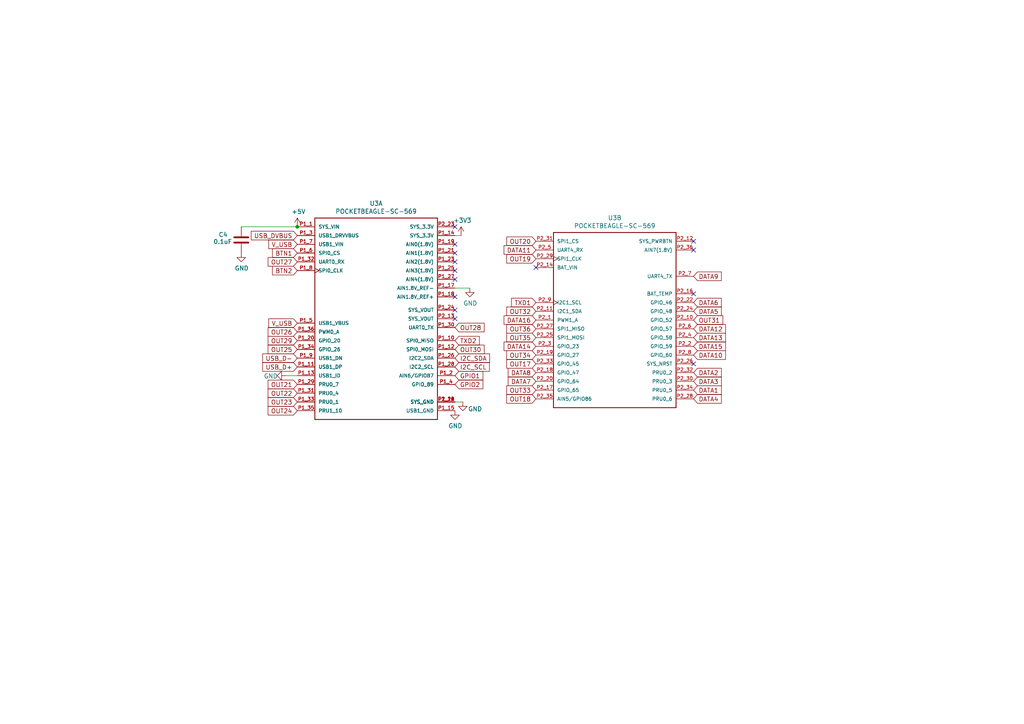
<source format=kicad_sch>
(kicad_sch (version 20211123) (generator eeschema)
  (paper "A4")
  (title_block (title "PB 16") (date "2022-05-26") (rev "v2.1") (company "Scott Hanson"))
  (lib_symbols
    (symbol "Device:C" (pin_numbers hide) (pin_names (offset 0.254))
      (property "Reference" "C" (at 0.635 2.54 0))
      (property "Value" "C" (at 0.635 -2.54 0))
      (symbol "C_0_1"
        (polyline (pts (xy -2.032 -0.762) (xy 2.032 -0.762)) (stroke (width 0.508)))
        (polyline (pts (xy -2.032 0.762) (xy 2.032 0.762)) (stroke (width 0.508)))
      )
      (symbol "C_1_1"
        (pin passive line (at 0 3.81 270) (length 2.794) (name "~") (number "1"))
        (pin passive line (at 0 -3.81 90) (length 2.794) (name "~") (number "2"))
      )
    )
    (symbol "POCKETBEAGLE:POCKETBEAGLE-SC-569" (pin_names (offset 1.016))
      (property "Reference" "U" (at -17.78 28.4734 0))
      (property "Value" "POCKETBEAGLE_POCKETBEAGLE-SC-569" (at -17.8054 -33.0454 0))
      (symbol "POCKETBEAGLE-SC-569_1_0"
        (polyline (pts (xy -17.78 -30.48) (xy 17.78 -30.48)) (stroke (width 0.254)))
        (polyline (pts (xy -17.78 27.94) (xy -17.78 -30.48)) (stroke (width 0.254)))
        (polyline (pts (xy 17.78 -30.48) (xy 17.78 27.94)) (stroke (width 0.254)))
        (polyline (pts (xy 17.78 27.94) (xy -17.78 27.94)) (stroke (width 0.254)))
        (pin input line (at -22.86 25.4 0) (length 5.08) (name "SYS_VIN") (number "P1_1"))
        (pin bidirectional line (at 22.86 -7.62 180) (length 5.08) (name "SPI0_MISO") (number "P1_10"))
        (pin bidirectional line (at -22.86 -15.24 0) (length 5.08) (name "USB1_DP") (number "P1_11"))
        (pin bidirectional line (at 22.86 -10.16 180) (length 5.08) (name "SPI0_MOSI") (number "P1_12"))
        (pin bidirectional line (at -22.86 -17.78 0) (length 5.08) (name "USB1_ID") (number "P1_13"))
        (pin power_in line (at 22.86 22.86 180) (length 5.08) (name "SYS_3.3V") (number "P1_14"))
        (pin power_in line (at 22.86 -27.94 180) (length 5.08) (name "USB1_GND") (number "P1_15"))
        (pin power_in line (at 22.86 -25.4 180) (length 5.08) (name "SYS_GND") (number "P1_16"))
        (pin power_in line (at 22.86 7.62 180) (length 5.08) (name "AIN1.8V_REF-") (number "P1_17"))
        (pin power_in line (at 22.86 5.08 180) (length 5.08) (name "AIN1.8V_REF+") (number "P1_18"))
        (pin power_in line (at 22.86 20.32 180) (length 5.08) (name "AIN0(1.8V)") (number "P1_19"))
        (pin bidirectional line (at 22.86 -17.78 180) (length 5.08) (name "AIN6/GPIO87") (number "P1_2"))
        (pin bidirectional line (at -22.86 -7.62 0) (length 5.08) (name "GPIO_20") (number "P1_20"))
        (pin power_in line (at 22.86 17.78 180) (length 5.08) (name "AIN1(1.8V)") (number "P1_21"))
        (pin power_in line (at 22.86 -25.4 180) (length 5.08) (name "SYS_GND") (number "P1_22"))
        (pin power_in line (at 22.86 15.24 180) (length 5.08) (name "AIN2(1.8V)") (number "P1_23"))
        (pin output line (at 22.86 1.27 180) (length 5.08) (name "SYS_VOUT") (number "P1_24"))
        (pin power_in line (at 22.86 12.7 180) (length 5.08) (name "AIN3(1.8V)") (number "P1_25"))
        (pin bidirectional line (at 22.86 -12.7 180) (length 5.08) (name "I2C2_SDA") (number "P1_26"))
        (pin power_in line (at 22.86 10.16 180) (length 5.08) (name "AIN4(1.8V)") (number "P1_27"))
        (pin bidirectional line (at 22.86 -15.24 180) (length 5.08) (name "I2C2_SCL") (number "P1_28"))
        (pin bidirectional line (at -22.86 -20.32 0) (length 5.08) (name "PRU0_7") (number "P1_29"))
        (pin input line (at -22.86 22.86 0) (length 5.08) (name "USB1_DRVVBUS") (number "P1_3"))
        (pin output line (at 22.86 -3.81 180) (length 5.08) (name "UART0_TX") (number "P1_30"))
        (pin bidirectional line (at -22.86 -22.86 0) (length 5.08) (name "PRU0_4") (number "P1_31"))
        (pin input line (at -22.86 15.24 0) (length 5.08) (name "UART0_RX") (number "P1_32"))
        (pin bidirectional line (at -22.86 -25.4 0) (length 5.08) (name "PRU0_1") (number "P1_33"))
        (pin bidirectional line (at -22.86 -10.16 0) (length 5.08) (name "GPIO_26") (number "P1_34"))
        (pin bidirectional line (at -22.86 -27.94 0) (length 5.08) (name "PRU1_10") (number "P1_35"))
        (pin bidirectional line (at -22.86 -5.08 0) (length 5.08) (name "PWM0_A") (number "P1_36"))
        (pin bidirectional line (at 22.86 -20.32 180) (length 5.08) (name "GPIO_89") (number "P1_4"))
        (pin bidirectional line (at -22.86 -2.54 0) (length 5.08) (name "USB1_VBUS") (number "P1_5"))
        (pin input line (at -22.86 17.78 0) (length 5.08) (name "SPI0_CS") (number "P1_6"))
        (pin input line (at -22.86 20.32 0) (length 5.08) (name "USB1_VIN") (number "P1_7"))
        (pin input clock (at -22.86 12.7 0) (length 5.08) (name "SPI0_CLK") (number "P1_8"))
        (pin bidirectional line (at -22.86 -12.7 0) (length 5.08) (name "USB1_DN") (number "P1_9"))
        (pin output line (at 22.86 -1.27 180) (length 5.08) (name "SYS_VOUT") (number "P2_13"))
        (pin power_in line (at 22.86 -25.4 180) (length 5.08) (name "SYS_GND") (number "P2_15"))
        (pin power_in line (at 22.86 -25.4 180) (length 5.08) (name "SYS_GND") (number "P2_21"))
        (pin power_in line (at 22.86 25.4 180) (length 5.08) (name "SYS_3.3V") (number "P2_23"))
      )
      (symbol "POCKETBEAGLE-SC-569_2_0"
        (polyline (pts (xy -17.78 -25.4) (xy 17.78 -25.4)) (stroke (width 0.254)))
        (polyline (pts (xy -17.78 25.4) (xy -17.78 -25.4)) (stroke (width 0.254)))
        (polyline (pts (xy 17.78 -25.4) (xy 17.78 25.4)) (stroke (width 0.254)))
        (polyline (pts (xy 17.78 25.4) (xy -17.78 25.4)) (stroke (width 0.254)))
        (pin bidirectional line (at -22.86 0 0) (length 5.08) (name "PWM1_A") (number "P2_1"))
        (pin bidirectional line (at 22.86 0 180) (length 5.08) (name "GPIO_52") (number "P2_10"))
        (pin bidirectional line (at -22.86 2.54 0) (length 5.08) (name "I2C1_SDA") (number "P2_11"))
        (pin power_in line (at 22.86 22.86 180) (length 5.08) (name "SYS_PWRBTN") (number "P2_12"))
        (pin input line (at -22.86 15.24 0) (length 5.08) (name "BAT_VIN") (number "P2_14"))
        (pin bidirectional line (at 22.86 7.62 180) (length 5.08) (name "BAT_TEMP") (number "P2_16"))
        (pin bidirectional line (at -22.86 -20.32 0) (length 5.08) (name "GPIO_65") (number "P2_17"))
        (pin bidirectional line (at -22.86 -15.24 0) (length 5.08) (name "GPIO_47") (number "P2_18"))
        (pin bidirectional line (at -22.86 -10.16 0) (length 5.08) (name "GPIO_27") (number "P2_19"))
        (pin bidirectional line (at 22.86 -7.62 180) (length 5.08) (name "GPIO_59") (number "P2_2"))
        (pin bidirectional line (at -22.86 -17.78 0) (length 5.08) (name "GPIO_64") (number "P2_20"))
        (pin bidirectional line (at 22.86 5.08 180) (length 5.08) (name "GPIO_46") (number "P2_22"))
        (pin bidirectional line (at 22.86 2.54 180) (length 5.08) (name "GPIO_48") (number "P2_24"))
        (pin bidirectional line (at -22.86 -5.08 0) (length 5.08) (name "SPI1_MOSI") (number "P2_25"))
        (pin bidirectional line (at 22.86 -12.7 180) (length 5.08) (name "SYS_NRST") (number "P2_26"))
        (pin bidirectional line (at -22.86 -2.54 0) (length 5.08) (name "SPI1_MISO") (number "P2_27"))
        (pin bidirectional line (at 22.86 -22.86 180) (length 5.08) (name "PRU0_6") (number "P2_28"))
        (pin input clock (at -22.86 17.78 0) (length 5.08) (name "SPI1_CLK") (number "P2_29"))
        (pin bidirectional line (at -22.86 -7.62 0) (length 5.08) (name "GPIO_23") (number "P2_3"))
        (pin bidirectional line (at 22.86 -17.78 180) (length 5.08) (name "PRU0_3") (number "P2_30"))
        (pin input line (at -22.86 22.86 0) (length 5.08) (name "SPI1_CS") (number "P2_31"))
        (pin bidirectional line (at 22.86 -15.24 180) (length 5.08) (name "PRU0_2") (number "P2_32"))
        (pin bidirectional line (at -22.86 -12.7 0) (length 5.08) (name "GPIO_45") (number "P2_33"))
        (pin bidirectional line (at 22.86 -20.32 180) (length 5.08) (name "PRU0_5") (number "P2_34"))
        (pin bidirectional line (at -22.86 -22.86 0) (length 5.08) (name "AIN5/GPIO86") (number "P2_35"))
        (pin power_in line (at 22.86 20.32 180) (length 5.08) (name "AIN7(1.8V)") (number "P2_36"))
        (pin bidirectional line (at 22.86 -5.08 180) (length 5.08) (name "GPIO_58") (number "P2_4"))
        (pin input line (at -22.86 20.32 0) (length 5.08) (name "UART4_RX") (number "P2_5"))
        (pin bidirectional line (at 22.86 -2.54 180) (length 5.08) (name "GPIO_57") (number "P2_6"))
        (pin output line (at 22.86 12.7 180) (length 5.08) (name "UART4_TX") (number "P2_7"))
        (pin bidirectional line (at 22.86 -10.16 180) (length 5.08) (name "GPIO_60") (number "P2_8"))
        (pin bidirectional clock (at -22.86 5.08 0) (length 5.08) (name "I2C1_SCL") (number "P2_9"))
      )
    )
    (symbol "power:+3.3V" (power) (pin_names (offset 0))
      (property "Value" "+3.3V" (at 0 3.556 0))
      (symbol "+3.3V_0_1"
        (polyline (pts (xy -0.762 1.27) (xy 0 2.54)))
        (polyline (pts (xy 0 0) (xy 0 2.54)))
        (polyline (pts (xy 0 2.54) (xy 0.762 1.27)))
      )
      (symbol "+3.3V_1_1"
        (pin power_in line (at 0 0 90) (length 0) hide (name "+3V3") (number "1"))
      )
    )
    (symbol "power:+5V" (power) (pin_names (offset 0))
      (property "Value" "+5V" (at 0 3.556 0))
      (symbol "+5V_0_1"
        (polyline (pts (xy -0.762 1.27) (xy 0 2.54)))
        (polyline (pts (xy 0 0) (xy 0 2.54)))
        (polyline (pts (xy 0 2.54) (xy 0.762 1.27)))
      )
      (symbol "+5V_1_1"
        (pin power_in line (at 0 0 90) (length 0) hide (name "+5V") (number "1"))
      )
    )
    (symbol "power:GND" (power) (pin_names (offset 0))
      (property "Value" "GND" (at 0 -3.81 0))
      (symbol "GND_0_1"
        (polyline (pts (xy 0 0) (xy 0 -1.27) (xy 1.27 -1.27) (xy 0 -2.54) (xy -1.27 -1.27) (xy 0 -1.27)))
      )
      (symbol "GND_1_1"
        (pin power_in line (at 0 0 270) (length 0) hide (name "GND") (number "1"))
      )
    )
  )
  (junction (at 86.233 65.786))
  (no_connect (at 131.953 65.786))
  (no_connect (at 131.953 75.946))
  (no_connect (at 131.953 70.866))
  (no_connect (at 131.953 86.106))
  (no_connect (at 131.953 81.026))
  (no_connect (at 131.953 78.486))
  (no_connect (at 201.168 85.217))
  (no_connect (at 201.168 69.977))
  (no_connect (at 201.168 72.517))
  (no_connect (at 131.953 89.916))
  (no_connect (at 131.953 92.456))
  (no_connect (at 201.168 105.537))
  (no_connect (at 131.953 73.406))
  (no_connect (at 155.448 77.597))
  (wire (pts (xy 69.977 65.786) (xy 86.233 65.786)))
  (wire (pts (xy 86.233 108.966) (xy 82.931 108.966)))
  (wire (pts (xy 131.953 116.586) (xy 134.239 116.586)))
  (wire (pts (xy 131.953 83.566) (xy 136.271 83.566)))
  (wire (pts (xy 133.731 68.326) (xy 131.953 68.326)))
  (global_label "GPIO2" (shape input) (at 131.953 111.506 0) (property "Intersheet References" "${INTERSHEET_REFS}" (effects hide)))
  (global_label "DATA9" (shape input) (at 201.168 80.137 0) (property "Intersheet References" "${INTERSHEET_REFS}" (effects hide)))
  (global_label "OUT33" (shape input) (at 155.448 113.157 180) (property "Intersheet References" "${INTERSHEET_REFS}" (effects hide)))
  (global_label "DATA12" (shape input) (at 201.168 95.377 0) (property "Intersheet References" "${INTERSHEET_REFS}" (effects hide)))
  (global_label "I2C_SDA" (shape input) (at 131.953 103.886 0) (property "Intersheet References" "${INTERSHEET_REFS}" (effects hide)))
  (global_label "OUT17" (shape input) (at 155.448 105.537 180) (property "Intersheet References" "${INTERSHEET_REFS}" (effects hide)))
  (global_label "BTN2" (shape input) (at 86.233 78.486 180) (property "Intersheet References" "${INTERSHEET_REFS}" (effects hide)))
  (global_label "TXD1" (shape input) (at 155.448 87.757 180) (property "Intersheet References" "${INTERSHEET_REFS}" (effects hide)))
  (global_label "DATA3" (shape input) (at 201.168 110.617 0) (property "Intersheet References" "${INTERSHEET_REFS}" (effects hide)))
  (global_label "DATA7" (shape input) (at 155.448 110.617 180) (property "Intersheet References" "${INTERSHEET_REFS}" (effects hide)))
  (global_label "OUT28" (shape input) (at 131.953 94.996 0) (property "Intersheet References" "${INTERSHEET_REFS}" (effects hide)))
  (global_label "DATA14" (shape input) (at 155.448 100.457 180) (property "Intersheet References" "${INTERSHEET_REFS}" (effects hide)))
  (global_label "OUT26" (shape input) (at 86.233 96.266 180) (property "Intersheet References" "${INTERSHEET_REFS}" (effects hide)))
  (global_label "I2C_SCL" (shape input) (at 131.953 106.426 0) (property "Intersheet References" "${INTERSHEET_REFS}" (effects hide)))
  (global_label "USB_DVBUS" (shape input) (at 86.233 68.326 180) (property "Intersheet References" "${INTERSHEET_REFS}" (effects hide)))
  (global_label "DATA10" (shape input) (at 201.168 102.997 0) (property "Intersheet References" "${INTERSHEET_REFS}" (effects hide)))
  (global_label "TXD2" (shape input) (at 131.953 98.806 0) (property "Intersheet References" "${INTERSHEET_REFS}" (effects hide)))
  (global_label "DATA1" (shape input) (at 201.168 113.157 0) (property "Intersheet References" "${INTERSHEET_REFS}" (effects hide)))
  (global_label "OUT25" (shape input) (at 86.233 101.346 180) (property "Intersheet References" "${INTERSHEET_REFS}" (effects hide)))
  (global_label "USB_D-" (shape input) (at 86.233 103.886 180) (property "Intersheet References" "${INTERSHEET_REFS}" (effects hide)))
  (global_label "OUT22" (shape input) (at 86.233 114.046 180) (property "Intersheet References" "${INTERSHEET_REFS}" (effects hide)))
  (global_label "DATA11" (shape input) (at 155.448 72.517 180) (property "Intersheet References" "${INTERSHEET_REFS}" (effects hide)))
  (global_label "OUT21" (shape input) (at 86.233 111.506 180) (property "Intersheet References" "${INTERSHEET_REFS}" (effects hide)))
  (global_label "DATA4" (shape input) (at 201.168 115.697 0) (property "Intersheet References" "${INTERSHEET_REFS}" (effects hide)))
  (global_label "USB_D+" (shape input) (at 86.233 106.426 180) (property "Intersheet References" "${INTERSHEET_REFS}" (effects hide)))
  (global_label "DATA15" (shape input) (at 201.168 100.457 0) (property "Intersheet References" "${INTERSHEET_REFS}" (effects hide)))
  (global_label "GPIO1" (shape input) (at 131.953 108.966 0) (property "Intersheet References" "${INTERSHEET_REFS}" (effects hide)))
  (global_label "OUT18" (shape input) (at 155.448 115.697 180) (property "Intersheet References" "${INTERSHEET_REFS}" (effects hide)))
  (global_label "DATA6" (shape input) (at 201.168 87.757 0) (property "Intersheet References" "${INTERSHEET_REFS}" (effects hide)))
  (global_label "DATA16" (shape input) (at 155.448 92.837 180) (property "Intersheet References" "${INTERSHEET_REFS}" (effects hide)))
  (global_label "V_USB" (shape input) (at 86.233 93.726 180) (property "Intersheet References" "${INTERSHEET_REFS}" (effects hide)))
  (global_label "DATA13" (shape input) (at 201.168 97.917 0) (property "Intersheet References" "${INTERSHEET_REFS}" (effects hide)))
  (global_label "OUT31" (shape input) (at 201.168 92.837 0) (property "Intersheet References" "${INTERSHEET_REFS}" (effects hide)))
  (global_label "V_USB" (shape input) (at 86.233 70.866 180) (property "Intersheet References" "${INTERSHEET_REFS}" (effects hide)))
  (global_label "OUT34" (shape input) (at 155.448 102.997 180) (property "Intersheet References" "${INTERSHEET_REFS}" (effects hide)))
  (global_label "BTN1" (shape input) (at 86.233 73.406 180) (property "Intersheet References" "${INTERSHEET_REFS}" (effects hide)))
  (global_label "OUT32" (shape input) (at 155.448 90.297 180) (property "Intersheet References" "${INTERSHEET_REFS}" (effects hide)))
  (global_label "OUT29" (shape input) (at 86.233 98.806 180) (property "Intersheet References" "${INTERSHEET_REFS}" (effects hide)))
  (global_label "OUT23" (shape input) (at 86.233 116.586 180) (property "Intersheet References" "${INTERSHEET_REFS}" (effects hide)))
  (global_label "OUT27" (shape input) (at 86.233 75.946 180) (property "Intersheet References" "${INTERSHEET_REFS}" (effects hide)))
  (global_label "DATA2" (shape input) (at 201.168 108.077 0) (property "Intersheet References" "${INTERSHEET_REFS}" (effects hide)))
  (global_label "DATA5" (shape input) (at 201.168 90.297 0) (property "Intersheet References" "${INTERSHEET_REFS}" (effects hide)))
  (global_label "OUT19" (shape input) (at 155.448 75.057 180) (property "Intersheet References" "${INTERSHEET_REFS}" (effects hide)))
  (global_label "OUT20" (shape input) (at 155.448 69.977 180) (property "Intersheet References" "${INTERSHEET_REFS}" (effects hide)))
  (global_label "DATA8" (shape input) (at 155.448 108.077 180) (property "Intersheet References" "${INTERSHEET_REFS}" (effects hide)))
  (global_label "OUT24" (shape input) (at 86.233 119.126 180) (property "Intersheet References" "${INTERSHEET_REFS}" (effects hide)))
  (global_label "OUT30" (shape input) (at 131.953 101.346 0) (property "Intersheet References" "${INTERSHEET_REFS}" (effects hide)))
  (global_label "OUT36" (shape input) (at 155.448 95.377 180) (property "Intersheet References" "${INTERSHEET_REFS}" (effects hide)))
  (global_label "OUT35" (shape input) (at 155.448 97.917 180) (property "Intersheet References" "${INTERSHEET_REFS}" (effects hide)))
  (symbol (lib_id "POCKETBEAGLE:POCKETBEAGLE-SC-569") (at 178.308 92.837 0) (unit 2)
    (property "Reference" "U3" (at 178.308 63.1952 0))
    (property "Value" "POCKETBEAGLE-SC-569" (at 178.308 65.5066 0))
    (property "Footprint" "POCKETBEAGLE:BEAGLE_POCKETBEAGLE-SC-569" (effects hide))
    (property "Field4" "https://www.digikey.com/product-detail/en/ghi-electronics-llc/POCKETBEAGLE-SC-569/POCKETBEAGLE-SC-569-ND/7603326?utm_source=snapeda&utm_medium=aggregator&utm_campaign=symbol" (effects hide))
    (property "Field5" "POCKETBEAGLE-SC-569" (effects hide))
    (property "Field6" "None" (effects hide))
    (property "Field7" "POCKETBEAGLE-SC-569-ND" (effects hide))
    (property "Field8" "GHI Electronics," (effects hide))
    (property "Digi-Key_PN" "POCKETBEAGLE-SC-569-ND" (effects hide))
    (property "MPN" "POCKETBEAGLE-SC-569" (effects hide))
  )
  (symbol (lib_id "POCKETBEAGLE:POCKETBEAGLE-SC-569") (at 109.093 91.186 0) (unit 1)
    (property "Reference" "U3" (at 109.093 59.0042 0))
    (property "Value" "POCKETBEAGLE-SC-569" (at 109.093 61.3156 0))
    (property "Footprint" "POCKETBEAGLE:BEAGLE_POCKETBEAGLE-SC-569" (effects hide))
    (property "Field4" "https://www.digikey.com/product-detail/en/ghi-electronics-llc/POCKETBEAGLE-SC-569/POCKETBEAGLE-SC-569-ND/7603326?utm_source=snapeda&utm_medium=aggregator&utm_campaign=symbol" (effects hide))
    (property "Field5" "POCKETBEAGLE-SC-569" (effects hide))
    (property "Field6" "None" (effects hide))
    (property "Field7" "POCKETBEAGLE-SC-569-ND" (effects hide))
    (property "Field8" "GHI Electronics," (effects hide))
    (property "Digi-Key_PN" "POCKETBEAGLE-SC-569-ND" (effects hide))
    (property "MPN" "POCKETBEAGLE-SC-569" (effects hide))
  )
  (symbol (lib_id "power:+5V") (at 86.233 65.786 0) (unit 1)
    (property "Reference" "#PWR040" (effects hide))
    (property "Value" "+5V" (at 86.614 61.3918 0))
  )
  (symbol (lib_id "power:GND") (at 131.953 119.126 0) (unit 1)
    (property "Reference" "#PWR041" (effects hide))
    (property "Value" "GND" (at 132.08 123.5202 0))
  )
  (symbol (lib_id "power:GND") (at 134.239 116.586 0) (unit 1)
    (property "Reference" "#PWR043" (effects hide))
    (property "Value" "GND" (at 137.795 118.618 0))
  )
  (symbol (lib_id "power:GND") (at 136.271 83.566 0) (unit 1)
    (property "Reference" "#PWR044" (effects hide))
    (property "Value" "GND" (at 136.398 87.9602 0))
  )
  (symbol (lib_id "power:GND") (at 82.931 108.966 270) (unit 1)
    (property "Reference" "#PWR039" (effects hide))
    (property "Value" "GND" (at 78.5368 109.093 90))
  )
  (symbol (lib_id "Device:C") (at 69.977 69.596 0) (unit 1)
    (property "Reference" "C4" (at 63.373 68.072 0) (effects (justify left)))
    (property "Value" "0.1uF" (at 61.849 70.104 0) (effects (justify left)))
    (property "Footprint" "Capacitor_SMD:C_0805_2012Metric_Pad1.18x1.45mm_HandSolder" (effects hide))
    (property "Digi-Key_PN" "1276-1007-1-ND" (effects hide))
    (property "MPN" "CL21F104ZBCNNNC" (effects hide))
    (property "LCSC" "C49678" (effects hide))
  )
  (symbol (lib_id "power:GND") (at 69.977 73.406 0) (unit 1)
    (property "Reference" "#PWR038" (effects hide))
    (property "Value" "GND" (at 70.104 77.8002 0))
  )
  (symbol (lib_id "power:+3.3V") (at 133.731 68.326 0) (unit 1)
    (property "Reference" "#PWR042" (effects hide))
    (property "Value" "+3.3V" (at 134.112 63.9318 0))
  )
)
</source>
